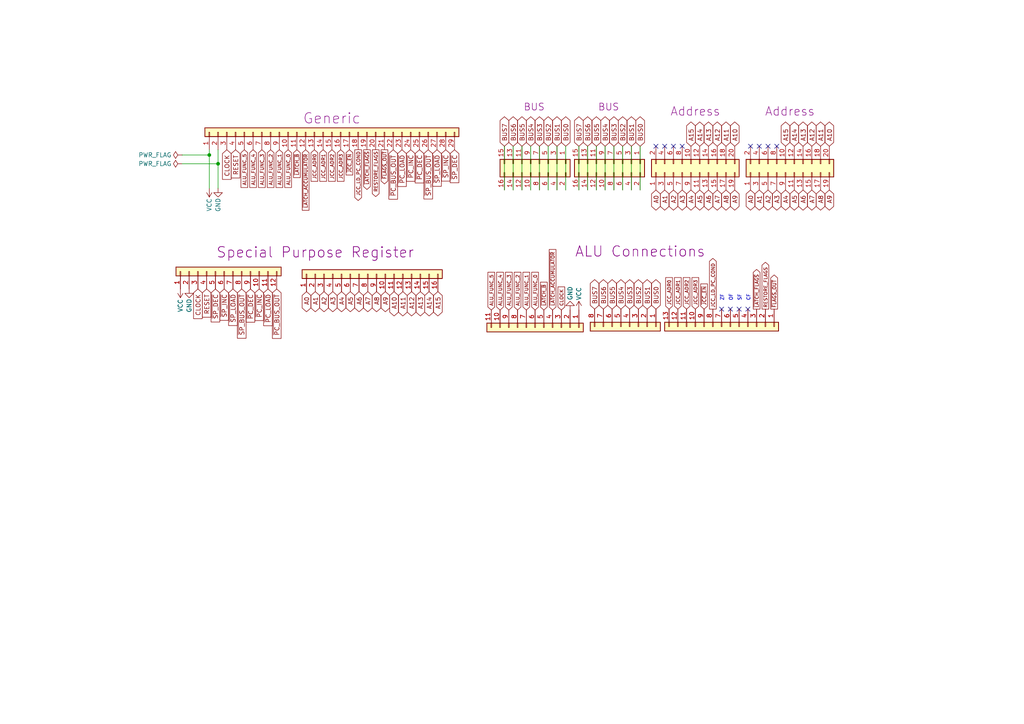
<source format=kicad_sch>
(kicad_sch (version 20211123) (generator eeschema)
  (paper "A4")
  (lib_symbols
    (symbol "Connector_Generic:Conn_01x08" (pin_names (offset 1.016) hide)
      (property "Reference" "J" (at 0 10.16 0))
      (property "Value" "Conn_01x08" (at 0 -12.7 0))
      (symbol "Conn_01x08_1_1"
        (rectangle (start -1.27 -10.033) (end 0 -10.287) (stroke (width 0.1524)))
        (rectangle (start -1.27 -7.493) (end 0 -7.747) (stroke (width 0.1524)))
        (rectangle (start -1.27 -4.953) (end 0 -5.207) (stroke (width 0.1524)))
        (rectangle (start -1.27 -2.413) (end 0 -2.667) (stroke (width 0.1524)))
        (rectangle (start -1.27 0.127) (end 0 -0.127) (stroke (width 0.1524)))
        (rectangle (start -1.27 2.667) (end 0 2.413) (stroke (width 0.1524)))
        (rectangle (start -1.27 5.207) (end 0 4.953) (stroke (width 0.1524)))
        (rectangle (start -1.27 7.747) (end 0 7.493) (stroke (width 0.1524)))
        (rectangle (start -1.27 8.89) (end 1.27 -11.43) (stroke (width 0.254)) (fill (type background)))
        (pin passive line (at -5.08 7.62 0) (length 3.81) (name "Pin_1") (number "1"))
        (pin passive line (at -5.08 5.08 0) (length 3.81) (name "Pin_2") (number "2"))
        (pin passive line (at -5.08 2.54 0) (length 3.81) (name "Pin_3") (number "3"))
        (pin passive line (at -5.08 0 0) (length 3.81) (name "Pin_4") (number "4"))
        (pin passive line (at -5.08 -2.54 0) (length 3.81) (name "Pin_5") (number "5"))
        (pin passive line (at -5.08 -5.08 0) (length 3.81) (name "Pin_6") (number "6"))
        (pin passive line (at -5.08 -7.62 0) (length 3.81) (name "Pin_7") (number "7"))
        (pin passive line (at -5.08 -10.16 0) (length 3.81) (name "Pin_8") (number "8"))
      )
    )
    (symbol "Connector_Generic:Conn_01x11" (pin_names (offset 1.016) hide)
      (property "Reference" "J" (at 0 15.24 0))
      (property "Value" "Conn_01x11" (at 0 -15.24 0))
      (symbol "Conn_01x11_1_1"
        (rectangle (start -1.27 -12.573) (end 0 -12.827) (stroke (width 0.1524)))
        (rectangle (start -1.27 -10.033) (end 0 -10.287) (stroke (width 0.1524)))
        (rectangle (start -1.27 -7.493) (end 0 -7.747) (stroke (width 0.1524)))
        (rectangle (start -1.27 -4.953) (end 0 -5.207) (stroke (width 0.1524)))
        (rectangle (start -1.27 -2.413) (end 0 -2.667) (stroke (width 0.1524)))
        (rectangle (start -1.27 0.127) (end 0 -0.127) (stroke (width 0.1524)))
        (rectangle (start -1.27 2.667) (end 0 2.413) (stroke (width 0.1524)))
        (rectangle (start -1.27 5.207) (end 0 4.953) (stroke (width 0.1524)))
        (rectangle (start -1.27 7.747) (end 0 7.493) (stroke (width 0.1524)))
        (rectangle (start -1.27 10.287) (end 0 10.033) (stroke (width 0.1524)))
        (rectangle (start -1.27 12.827) (end 0 12.573) (stroke (width 0.1524)))
        (rectangle (start -1.27 13.97) (end 1.27 -13.97) (stroke (width 0.254)) (fill (type background)))
        (pin passive line (at -5.08 12.7 0) (length 3.81) (name "Pin_1") (number "1"))
        (pin passive line (at -5.08 -10.16 0) (length 3.81) (name "Pin_10") (number "10"))
        (pin passive line (at -5.08 -12.7 0) (length 3.81) (name "Pin_11") (number "11"))
        (pin passive line (at -5.08 10.16 0) (length 3.81) (name "Pin_2") (number "2"))
        (pin passive line (at -5.08 7.62 0) (length 3.81) (name "Pin_3") (number "3"))
        (pin passive line (at -5.08 5.08 0) (length 3.81) (name "Pin_4") (number "4"))
        (pin passive line (at -5.08 2.54 0) (length 3.81) (name "Pin_5") (number "5"))
        (pin passive line (at -5.08 0 0) (length 3.81) (name "Pin_6") (number "6"))
        (pin passive line (at -5.08 -2.54 0) (length 3.81) (name "Pin_7") (number "7"))
        (pin passive line (at -5.08 -5.08 0) (length 3.81) (name "Pin_8") (number "8"))
        (pin passive line (at -5.08 -7.62 0) (length 3.81) (name "Pin_9") (number "9"))
      )
    )
    (symbol "Connector_Generic:Conn_01x12" (pin_names (offset 1.016) hide)
      (property "Reference" "J" (at 0 15.24 0))
      (property "Value" "Conn_01x12" (at 0 -17.78 0))
      (symbol "Conn_01x12_1_1"
        (rectangle (start -1.27 -15.113) (end 0 -15.367) (stroke (width 0.1524)))
        (rectangle (start -1.27 -12.573) (end 0 -12.827) (stroke (width 0.1524)))
        (rectangle (start -1.27 -10.033) (end 0 -10.287) (stroke (width 0.1524)))
        (rectangle (start -1.27 -7.493) (end 0 -7.747) (stroke (width 0.1524)))
        (rectangle (start -1.27 -4.953) (end 0 -5.207) (stroke (width 0.1524)))
        (rectangle (start -1.27 -2.413) (end 0 -2.667) (stroke (width 0.1524)))
        (rectangle (start -1.27 0.127) (end 0 -0.127) (stroke (width 0.1524)))
        (rectangle (start -1.27 2.667) (end 0 2.413) (stroke (width 0.1524)))
        (rectangle (start -1.27 5.207) (end 0 4.953) (stroke (width 0.1524)))
        (rectangle (start -1.27 7.747) (end 0 7.493) (stroke (width 0.1524)))
        (rectangle (start -1.27 10.287) (end 0 10.033) (stroke (width 0.1524)))
        (rectangle (start -1.27 12.827) (end 0 12.573) (stroke (width 0.1524)))
        (rectangle (start -1.27 13.97) (end 1.27 -16.51) (stroke (width 0.254)) (fill (type background)))
        (pin passive line (at -5.08 12.7 0) (length 3.81) (name "Pin_1") (number "1"))
        (pin passive line (at -5.08 -10.16 0) (length 3.81) (name "Pin_10") (number "10"))
        (pin passive line (at -5.08 -12.7 0) (length 3.81) (name "Pin_11") (number "11"))
        (pin passive line (at -5.08 -15.24 0) (length 3.81) (name "Pin_12") (number "12"))
        (pin passive line (at -5.08 10.16 0) (length 3.81) (name "Pin_2") (number "2"))
        (pin passive line (at -5.08 7.62 0) (length 3.81) (name "Pin_3") (number "3"))
        (pin passive line (at -5.08 5.08 0) (length 3.81) (name "Pin_4") (number "4"))
        (pin passive line (at -5.08 2.54 0) (length 3.81) (name "Pin_5") (number "5"))
        (pin passive line (at -5.08 0 0) (length 3.81) (name "Pin_6") (number "6"))
        (pin passive line (at -5.08 -2.54 0) (length 3.81) (name "Pin_7") (number "7"))
        (pin passive line (at -5.08 -5.08 0) (length 3.81) (name "Pin_8") (number "8"))
        (pin passive line (at -5.08 -7.62 0) (length 3.81) (name "Pin_9") (number "9"))
      )
    )
    (symbol "Connector_Generic:Conn_01x13" (pin_names (offset 1.016) hide)
      (property "Reference" "J" (at 0 17.78 0))
      (property "Value" "Conn_01x13" (at 0 -17.78 0))
      (symbol "Conn_01x13_1_1"
        (rectangle (start -1.27 -15.113) (end 0 -15.367) (stroke (width 0.1524)))
        (rectangle (start -1.27 -12.573) (end 0 -12.827) (stroke (width 0.1524)))
        (rectangle (start -1.27 -10.033) (end 0 -10.287) (stroke (width 0.1524)))
        (rectangle (start -1.27 -7.493) (end 0 -7.747) (stroke (width 0.1524)))
        (rectangle (start -1.27 -4.953) (end 0 -5.207) (stroke (width 0.1524)))
        (rectangle (start -1.27 -2.413) (end 0 -2.667) (stroke (width 0.1524)))
        (rectangle (start -1.27 0.127) (end 0 -0.127) (stroke (width 0.1524)))
        (rectangle (start -1.27 2.667) (end 0 2.413) (stroke (width 0.1524)))
        (rectangle (start -1.27 5.207) (end 0 4.953) (stroke (width 0.1524)))
        (rectangle (start -1.27 7.747) (end 0 7.493) (stroke (width 0.1524)))
        (rectangle (start -1.27 10.287) (end 0 10.033) (stroke (width 0.1524)))
        (rectangle (start -1.27 12.827) (end 0 12.573) (stroke (width 0.1524)))
        (rectangle (start -1.27 15.367) (end 0 15.113) (stroke (width 0.1524)))
        (rectangle (start -1.27 16.51) (end 1.27 -16.51) (stroke (width 0.254)) (fill (type background)))
        (pin passive line (at -5.08 15.24 0) (length 3.81) (name "Pin_1") (number "1"))
        (pin passive line (at -5.08 -7.62 0) (length 3.81) (name "Pin_10") (number "10"))
        (pin passive line (at -5.08 -10.16 0) (length 3.81) (name "Pin_11") (number "11"))
        (pin passive line (at -5.08 -12.7 0) (length 3.81) (name "Pin_12") (number "12"))
        (pin passive line (at -5.08 -15.24 0) (length 3.81) (name "Pin_13") (number "13"))
        (pin passive line (at -5.08 12.7 0) (length 3.81) (name "Pin_2") (number "2"))
        (pin passive line (at -5.08 10.16 0) (length 3.81) (name "Pin_3") (number "3"))
        (pin passive line (at -5.08 7.62 0) (length 3.81) (name "Pin_4") (number "4"))
        (pin passive line (at -5.08 5.08 0) (length 3.81) (name "Pin_5") (number "5"))
        (pin passive line (at -5.08 2.54 0) (length 3.81) (name "Pin_6") (number "6"))
        (pin passive line (at -5.08 0 0) (length 3.81) (name "Pin_7") (number "7"))
        (pin passive line (at -5.08 -2.54 0) (length 3.81) (name "Pin_8") (number "8"))
        (pin passive line (at -5.08 -5.08 0) (length 3.81) (name "Pin_9") (number "9"))
      )
    )
    (symbol "Connector_Generic:Conn_01x16" (pin_names (offset 1.016) hide)
      (property "Reference" "J" (at 0 20.32 0))
      (property "Value" "Conn_01x16" (at 0 -22.86 0))
      (symbol "Conn_01x16_1_1"
        (rectangle (start -1.27 -20.193) (end 0 -20.447) (stroke (width 0.1524)))
        (rectangle (start -1.27 -17.653) (end 0 -17.907) (stroke (width 0.1524)))
        (rectangle (start -1.27 -15.113) (end 0 -15.367) (stroke (width 0.1524)))
        (rectangle (start -1.27 -12.573) (end 0 -12.827) (stroke (width 0.1524)))
        (rectangle (start -1.27 -10.033) (end 0 -10.287) (stroke (width 0.1524)))
        (rectangle (start -1.27 -7.493) (end 0 -7.747) (stroke (width 0.1524)))
        (rectangle (start -1.27 -4.953) (end 0 -5.207) (stroke (width 0.1524)))
        (rectangle (start -1.27 -2.413) (end 0 -2.667) (stroke (width 0.1524)))
        (rectangle (start -1.27 0.127) (end 0 -0.127) (stroke (width 0.1524)))
        (rectangle (start -1.27 2.667) (end 0 2.413) (stroke (width 0.1524)))
        (rectangle (start -1.27 5.207) (end 0 4.953) (stroke (width 0.1524)))
        (rectangle (start -1.27 7.747) (end 0 7.493) (stroke (width 0.1524)))
        (rectangle (start -1.27 10.287) (end 0 10.033) (stroke (width 0.1524)))
        (rectangle (start -1.27 12.827) (end 0 12.573) (stroke (width 0.1524)))
        (rectangle (start -1.27 15.367) (end 0 15.113) (stroke (width 0.1524)))
        (rectangle (start -1.27 17.907) (end 0 17.653) (stroke (width 0.1524)))
        (rectangle (start -1.27 19.05) (end 1.27 -21.59) (stroke (width 0.254)) (fill (type background)))
        (pin passive line (at -5.08 17.78 0) (length 3.81) (name "Pin_1") (number "1"))
        (pin passive line (at -5.08 -5.08 0) (length 3.81) (name "Pin_10") (number "10"))
        (pin passive line (at -5.08 -7.62 0) (length 3.81) (name "Pin_11") (number "11"))
        (pin passive line (at -5.08 -10.16 0) (length 3.81) (name "Pin_12") (number "12"))
        (pin passive line (at -5.08 -12.7 0) (length 3.81) (name "Pin_13") (number "13"))
        (pin passive line (at -5.08 -15.24 0) (length 3.81) (name "Pin_14") (number "14"))
        (pin passive line (at -5.08 -17.78 0) (length 3.81) (name "Pin_15") (number "15"))
        (pin passive line (at -5.08 -20.32 0) (length 3.81) (name "Pin_16") (number "16"))
        (pin passive line (at -5.08 15.24 0) (length 3.81) (name "Pin_2") (number "2"))
        (pin passive line (at -5.08 12.7 0) (length 3.81) (name "Pin_3") (number "3"))
        (pin passive line (at -5.08 10.16 0) (length 3.81) (name "Pin_4") (number "4"))
        (pin passive line (at -5.08 7.62 0) (length 3.81) (name "Pin_5") (number "5"))
        (pin passive line (at -5.08 5.08 0) (length 3.81) (name "Pin_6") (number "6"))
        (pin passive line (at -5.08 2.54 0) (length 3.81) (name "Pin_7") (number "7"))
        (pin passive line (at -5.08 0 0) (length 3.81) (name "Pin_8") (number "8"))
        (pin passive line (at -5.08 -2.54 0) (length 3.81) (name "Pin_9") (number "9"))
      )
    )
    (symbol "Connector_Generic:Conn_01x29" (pin_names (offset 1.016) hide)
      (property "Reference" "J" (at 0 38.1 0))
      (property "Value" "Conn_01x29" (at 0 -38.1 0))
      (symbol "Conn_01x29_1_1"
        (rectangle (start -1.27 -35.433) (end 0 -35.687) (stroke (width 0.1524)))
        (rectangle (start -1.27 -32.893) (end 0 -33.147) (stroke (width 0.1524)))
        (rectangle (start -1.27 -30.353) (end 0 -30.607) (stroke (width 0.1524)))
        (rectangle (start -1.27 -27.813) (end 0 -28.067) (stroke (width 0.1524)))
        (rectangle (start -1.27 -25.273) (end 0 -25.527) (stroke (width 0.1524)))
        (rectangle (start -1.27 -22.733) (end 0 -22.987) (stroke (width 0.1524)))
        (rectangle (start -1.27 -20.193) (end 0 -20.447) (stroke (width 0.1524)))
        (rectangle (start -1.27 -17.653) (end 0 -17.907) (stroke (width 0.1524)))
        (rectangle (start -1.27 -15.113) (end 0 -15.367) (stroke (width 0.1524)))
        (rectangle (start -1.27 -12.573) (end 0 -12.827) (stroke (width 0.1524)))
        (rectangle (start -1.27 -10.033) (end 0 -10.287) (stroke (width 0.1524)))
        (rectangle (start -1.27 -7.493) (end 0 -7.747) (stroke (width 0.1524)))
        (rectangle (start -1.27 -4.953) (end 0 -5.207) (stroke (width 0.1524)))
        (rectangle (start -1.27 -2.413) (end 0 -2.667) (stroke (width 0.1524)))
        (rectangle (start -1.27 0.127) (end 0 -0.127) (stroke (width 0.1524)))
        (rectangle (start -1.27 2.667) (end 0 2.413) (stroke (width 0.1524)))
        (rectangle (start -1.27 5.207) (end 0 4.953) (stroke (width 0.1524)))
        (rectangle (start -1.27 7.747) (end 0 7.493) (stroke (width 0.1524)))
        (rectangle (start -1.27 10.287) (end 0 10.033) (stroke (width 0.1524)))
        (rectangle (start -1.27 12.827) (end 0 12.573) (stroke (width 0.1524)))
        (rectangle (start -1.27 15.367) (end 0 15.113) (stroke (width 0.1524)))
        (rectangle (start -1.27 17.907) (end 0 17.653) (stroke (width 0.1524)))
        (rectangle (start -1.27 20.447) (end 0 20.193) (stroke (width 0.1524)))
        (rectangle (start -1.27 22.987) (end 0 22.733) (stroke (width 0.1524)))
        (rectangle (start -1.27 25.527) (end 0 25.273) (stroke (width 0.1524)))
        (rectangle (start -1.27 28.067) (end 0 27.813) (stroke (width 0.1524)))
        (rectangle (start -1.27 30.607) (end 0 30.353) (stroke (width 0.1524)))
        (rectangle (start -1.27 33.147) (end 0 32.893) (stroke (width 0.1524)))
        (rectangle (start -1.27 35.687) (end 0 35.433) (stroke (width 0.1524)))
        (rectangle (start -1.27 36.83) (end 1.27 -36.83) (stroke (width 0.254)) (fill (type background)))
        (pin passive line (at -5.08 35.56 0) (length 3.81) (name "Pin_1") (number "1"))
        (pin passive line (at -5.08 12.7 0) (length 3.81) (name "Pin_10") (number "10"))
        (pin passive line (at -5.08 10.16 0) (length 3.81) (name "Pin_11") (number "11"))
        (pin passive line (at -5.08 7.62 0) (length 3.81) (name "Pin_12") (number "12"))
        (pin passive line (at -5.08 5.08 0) (length 3.81) (name "Pin_13") (number "13"))
        (pin passive line (at -5.08 2.54 0) (length 3.81) (name "Pin_14") (number "14"))
        (pin passive line (at -5.08 0 0) (length 3.81) (name "Pin_15") (number "15"))
        (pin passive line (at -5.08 -2.54 0) (length 3.81) (name "Pin_16") (number "16"))
        (pin passive line (at -5.08 -5.08 0) (length 3.81) (name "Pin_17") (number "17"))
        (pin passive line (at -5.08 -7.62 0) (length 3.81) (name "Pin_18") (number "18"))
        (pin passive line (at -5.08 -10.16 0) (length 3.81) (name "Pin_19") (number "19"))
        (pin passive line (at -5.08 33.02 0) (length 3.81) (name "Pin_2") (number "2"))
        (pin passive line (at -5.08 -12.7 0) (length 3.81) (name "Pin_20") (number "20"))
        (pin passive line (at -5.08 -15.24 0) (length 3.81) (name "Pin_21") (number "21"))
        (pin passive line (at -5.08 -17.78 0) (length 3.81) (name "Pin_22") (number "22"))
        (pin passive line (at -5.08 -20.32 0) (length 3.81) (name "Pin_23") (number "23"))
        (pin passive line (at -5.08 -22.86 0) (length 3.81) (name "Pin_24") (number "24"))
        (pin passive line (at -5.08 -25.4 0) (length 3.81) (name "Pin_25") (number "25"))
        (pin passive line (at -5.08 -27.94 0) (length 3.81) (name "Pin_26") (number "26"))
        (pin passive line (at -5.08 -30.48 0) (length 3.81) (name "Pin_27") (number "27"))
        (pin passive line (at -5.08 -33.02 0) (length 3.81) (name "Pin_28") (number "28"))
        (pin passive line (at -5.08 -35.56 0) (length 3.81) (name "Pin_29") (number "29"))
        (pin passive line (at -5.08 30.48 0) (length 3.81) (name "Pin_3") (number "3"))
        (pin passive line (at -5.08 27.94 0) (length 3.81) (name "Pin_4") (number "4"))
        (pin passive line (at -5.08 25.4 0) (length 3.81) (name "Pin_5") (number "5"))
        (pin passive line (at -5.08 22.86 0) (length 3.81) (name "Pin_6") (number "6"))
        (pin passive line (at -5.08 20.32 0) (length 3.81) (name "Pin_7") (number "7"))
        (pin passive line (at -5.08 17.78 0) (length 3.81) (name "Pin_8") (number "8"))
        (pin passive line (at -5.08 15.24 0) (length 3.81) (name "Pin_9") (number "9"))
      )
    )
    (symbol "Connector_Generic:Conn_02x08_Odd_Even" (pin_names (offset 1.016) hide)
      (property "Reference" "J" (at 1.27 10.16 0))
      (property "Value" "Conn_02x08_Odd_Even" (at 1.27 -12.7 0))
      (symbol "Conn_02x08_Odd_Even_1_1"
        (rectangle (start -1.27 -10.033) (end 0 -10.287) (stroke (width 0.1524)))
        (rectangle (start -1.27 -7.493) (end 0 -7.747) (stroke (width 0.1524)))
        (rectangle (start -1.27 -4.953) (end 0 -5.207) (stroke (width 0.1524)))
        (rectangle (start -1.27 -2.413) (end 0 -2.667) (stroke (width 0.1524)))
        (rectangle (start -1.27 0.127) (end 0 -0.127) (stroke (width 0.1524)))
        (rectangle (start -1.27 2.667) (end 0 2.413) (stroke (width 0.1524)))
        (rectangle (start -1.27 5.207) (end 0 4.953) (stroke (width 0.1524)))
        (rectangle (start -1.27 7.747) (end 0 7.493) (stroke (width 0.1524)))
        (rectangle (start -1.27 8.89) (end 3.81 -11.43) (stroke (width 0.254)) (fill (type background)))
        (rectangle (start 3.81 -10.033) (end 2.54 -10.287) (stroke (width 0.1524)))
        (rectangle (start 3.81 -7.493) (end 2.54 -7.747) (stroke (width 0.1524)))
        (rectangle (start 3.81 -4.953) (end 2.54 -5.207) (stroke (width 0.1524)))
        (rectangle (start 3.81 -2.413) (end 2.54 -2.667) (stroke (width 0.1524)))
        (rectangle (start 3.81 0.127) (end 2.54 -0.127) (stroke (width 0.1524)))
        (rectangle (start 3.81 2.667) (end 2.54 2.413) (stroke (width 0.1524)))
        (rectangle (start 3.81 5.207) (end 2.54 4.953) (stroke (width 0.1524)))
        (rectangle (start 3.81 7.747) (end 2.54 7.493) (stroke (width 0.1524)))
        (pin passive line (at -5.08 7.62 0) (length 3.81) (name "Pin_1") (number "1"))
        (pin passive line (at 7.62 -2.54 180) (length 3.81) (name "Pin_10") (number "10"))
        (pin passive line (at -5.08 -5.08 0) (length 3.81) (name "Pin_11") (number "11"))
        (pin passive line (at 7.62 -5.08 180) (length 3.81) (name "Pin_12") (number "12"))
        (pin passive line (at -5.08 -7.62 0) (length 3.81) (name "Pin_13") (number "13"))
        (pin passive line (at 7.62 -7.62 180) (length 3.81) (name "Pin_14") (number "14"))
        (pin passive line (at -5.08 -10.16 0) (length 3.81) (name "Pin_15") (number "15"))
        (pin passive line (at 7.62 -10.16 180) (length 3.81) (name "Pin_16") (number "16"))
        (pin passive line (at 7.62 7.62 180) (length 3.81) (name "Pin_2") (number "2"))
        (pin passive line (at -5.08 5.08 0) (length 3.81) (name "Pin_3") (number "3"))
        (pin passive line (at 7.62 5.08 180) (length 3.81) (name "Pin_4") (number "4"))
        (pin passive line (at -5.08 2.54 0) (length 3.81) (name "Pin_5") (number "5"))
        (pin passive line (at 7.62 2.54 180) (length 3.81) (name "Pin_6") (number "6"))
        (pin passive line (at -5.08 0 0) (length 3.81) (name "Pin_7") (number "7"))
        (pin passive line (at 7.62 0 180) (length 3.81) (name "Pin_8") (number "8"))
        (pin passive line (at -5.08 -2.54 0) (length 3.81) (name "Pin_9") (number "9"))
      )
    )
    (symbol "Connector_Generic:Conn_02x10_Odd_Even" (pin_names (offset 1.016) hide)
      (property "Reference" "J" (at 1.27 12.7 0))
      (property "Value" "Conn_02x10_Odd_Even" (at 1.27 -15.24 0))
      (symbol "Conn_02x10_Odd_Even_1_1"
        (rectangle (start -1.27 -12.573) (end 0 -12.827) (stroke (width 0.1524)))
        (rectangle (start -1.27 -10.033) (end 0 -10.287) (stroke (width 0.1524)))
        (rectangle (start -1.27 -7.493) (end 0 -7.747) (stroke (width 0.1524)))
        (rectangle (start -1.27 -4.953) (end 0 -5.207) (stroke (width 0.1524)))
        (rectangle (start -1.27 -2.413) (end 0 -2.667) (stroke (width 0.1524)))
        (rectangle (start -1.27 0.127) (end 0 -0.127) (stroke (width 0.1524)))
        (rectangle (start -1.27 2.667) (end 0 2.413) (stroke (width 0.1524)))
        (rectangle (start -1.27 5.207) (end 0 4.953) (stroke (width 0.1524)))
        (rectangle (start -1.27 7.747) (end 0 7.493) (stroke (width 0.1524)))
        (rectangle (start -1.27 10.287) (end 0 10.033) (stroke (width 0.1524)))
        (rectangle (start -1.27 11.43) (end 3.81 -13.97) (stroke (width 0.254)) (fill (type background)))
        (rectangle (start 3.81 -12.573) (end 2.54 -12.827) (stroke (width 0.1524)))
        (rectangle (start 3.81 -10.033) (end 2.54 -10.287) (stroke (width 0.1524)))
        (rectangle (start 3.81 -7.493) (end 2.54 -7.747) (stroke (width 0.1524)))
        (rectangle (start 3.81 -4.953) (end 2.54 -5.207) (stroke (width 0.1524)))
        (rectangle (start 3.81 -2.413) (end 2.54 -2.667) (stroke (width 0.1524)))
        (rectangle (start 3.81 0.127) (end 2.54 -0.127) (stroke (width 0.1524)))
        (rectangle (start 3.81 2.667) (end 2.54 2.413) (stroke (width 0.1524)))
        (rectangle (start 3.81 5.207) (end 2.54 4.953) (stroke (width 0.1524)))
        (rectangle (start 3.81 7.747) (end 2.54 7.493) (stroke (width 0.1524)))
        (rectangle (start 3.81 10.287) (end 2.54 10.033) (stroke (width 0.1524)))
        (pin passive line (at -5.08 10.16 0) (length 3.81) (name "Pin_1") (number "1"))
        (pin passive line (at 7.62 0 180) (length 3.81) (name "Pin_10") (number "10"))
        (pin passive line (at -5.08 -2.54 0) (length 3.81) (name "Pin_11") (number "11"))
        (pin passive line (at 7.62 -2.54 180) (length 3.81) (name "Pin_12") (number "12"))
        (pin passive line (at -5.08 -5.08 0) (length 3.81) (name "Pin_13") (number "13"))
        (pin passive line (at 7.62 -5.08 180) (length 3.81) (name "Pin_14") (number "14"))
        (pin passive line (at -5.08 -7.62 0) (length 3.81) (name "Pin_15") (number "15"))
        (pin passive line (at 7.62 -7.62 180) (length 3.81) (name "Pin_16") (number "16"))
        (pin passive line (at -5.08 -10.16 0) (length 3.81) (name "Pin_17") (number "17"))
        (pin passive line (at 7.62 -10.16 180) (length 3.81) (name "Pin_18") (number "18"))
        (pin passive line (at -5.08 -12.7 0) (length 3.81) (name "Pin_19") (number "19"))
        (pin passive line (at 7.62 10.16 180) (length 3.81) (name "Pin_2") (number "2"))
        (pin passive line (at 7.62 -12.7 180) (length 3.81) (name "Pin_20") (number "20"))
        (pin passive line (at -5.08 7.62 0) (length 3.81) (name "Pin_3") (number "3"))
        (pin passive line (at 7.62 7.62 180) (length 3.81) (name "Pin_4") (number "4"))
        (pin passive line (at -5.08 5.08 0) (length 3.81) (name "Pin_5") (number "5"))
        (pin passive line (at 7.62 5.08 180) (length 3.81) (name "Pin_6") (number "6"))
        (pin passive line (at -5.08 2.54 0) (length 3.81) (name "Pin_7") (number "7"))
        (pin passive line (at 7.62 2.54 180) (length 3.81) (name "Pin_8") (number "8"))
        (pin passive line (at -5.08 0 0) (length 3.81) (name "Pin_9") (number "9"))
      )
    )
    (symbol "power:GND" (power) (pin_names (offset 0))
      (property "Value" "GND" (at 0 -3.81 0))
      (symbol "GND_0_1"
        (polyline (pts (xy 0 0) (xy 0 -1.27) (xy 1.27 -1.27) (xy 0 -2.54) (xy -1.27 -1.27) (xy 0 -1.27)))
      )
      (symbol "GND_1_1"
        (pin power_in line (at 0 0 270) (length 0) hide (name "GND") (number "1"))
      )
    )
    (symbol "power:PWR_FLAG" (power) (pin_numbers hide) (pin_names (offset 0) hide)
      (property "Value" "PWR_FLAG" (at 0 3.81 0))
      (symbol "PWR_FLAG_0_0"
        (pin power_out line (at 0 0 90) (length 0) (name "pwr") (number "1"))
      )
      (symbol "PWR_FLAG_0_1"
        (polyline (pts (xy 0 0) (xy 0 1.27) (xy -1.016 1.905) (xy 0 2.54) (xy 1.016 1.905) (xy 0 1.27)))
      )
    )
    (symbol "power:VCC" (power) (pin_names (offset 0))
      (property "Value" "VCC" (at 0 3.81 0))
      (symbol "VCC_0_1"
        (polyline (pts (xy -0.762 1.27) (xy 0 2.54)))
        (polyline (pts (xy 0 0) (xy 0 2.54)))
        (polyline (pts (xy 0 2.54) (xy 0.762 1.27)))
      )
      (symbol "VCC_1_1"
        (pin power_in line (at 0 0 90) (length 0) hide (name "VCC") (number "1"))
      )
    )
  )
  (junction (at 60.706 44.958))
  (junction (at 63.246 47.498))
  (no_connect (at 225.298 42.418))
  (no_connect (at 197.866 42.418))
  (no_connect (at 195.326 42.418))
  (no_connect (at 192.786 42.418))
  (no_connect (at 220.218 42.418))
  (no_connect (at 217.678 42.418))
  (no_connect (at 190.246 42.418))
  (no_connect (at 209.296 89.662))
  (no_connect (at 211.836 89.662))
  (no_connect (at 214.376 89.662))
  (no_connect (at 216.916 89.662))
  (no_connect (at 222.758 42.418))
  (wire (pts (xy 52.832 44.958) (xy 60.706 44.958)))
  (wire (pts (xy 146.304 42.418) (xy 146.304 55.118)))
  (wire (pts (xy 178.054 42.418) (xy 178.054 55.118)))
  (wire (pts (xy 151.384 42.418) (xy 151.384 55.118)))
  (wire (pts (xy 159.004 42.418) (xy 159.004 55.118)))
  (wire (pts (xy 172.974 42.418) (xy 172.974 55.118)))
  (wire (pts (xy 148.844 42.418) (xy 148.844 55.118)))
  (wire (pts (xy 52.832 47.498) (xy 63.246 47.498)))
  (wire (pts (xy 60.706 44.958) (xy 60.706 54.61)))
  (wire (pts (xy 175.514 42.418) (xy 175.514 55.118)))
  (wire (pts (xy 63.246 47.498) (xy 63.246 43.434)))
  (wire (pts (xy 156.464 42.418) (xy 156.464 55.118)))
  (wire (pts (xy 161.544 42.418) (xy 161.544 55.118)))
  (wire (pts (xy 153.924 42.418) (xy 153.924 55.118)))
  (wire (pts (xy 183.134 42.418) (xy 183.134 55.118)))
  (wire (pts (xy 170.434 42.418) (xy 170.434 55.118)))
  (wire (pts (xy 180.594 42.418) (xy 180.594 55.118)))
  (wire (pts (xy 164.084 42.418) (xy 164.084 55.118)))
  (wire (pts (xy 60.706 44.958) (xy 60.706 43.434)))
  (wire (pts (xy 167.894 42.418) (xy 167.894 55.118)))
  (wire (pts (xy 63.246 54.61) (xy 63.246 47.498)))
  (wire (pts (xy 185.674 42.418) (xy 185.674 55.118)))
  (text "SF" (at 215.138 87.376 90) (effects (font (size 0.9906 0.9906)) (justify left bottom)))
  (text "CF" (at 217.678 87.376 90) (effects (font (size 0.9906 0.9906)) (justify left bottom)))
  (text "ZF" (at 210.058 87.376 90) (effects (font (size 0.9906 0.9906)) (justify left bottom)))
  (text "OF" (at 212.598 87.376 90) (effects (font (size 0.9906 0.9906)) (justify left bottom)))
  (global_label "JCC_LD_PC_COND" (shape output) (at 206.756 89.662 90) (effects (font (size 0.9906 0.9906))) (property "Intersheet References" "${INTERSHEET_REFS}" (effects hide)))
  (global_label "A12" (shape tri_state) (at 119.38 84.582 270) (property "Intersheet References" "${INTERSHEET_REFS}" (effects hide)))
  (global_label "A3" (shape tri_state) (at 225.298 55.118 270) (property "Intersheet References" "${INTERSHEET_REFS}" (effects hide)))
  (global_label "BUS7" (shape tri_state) (at 146.304 42.418 90) (property "Intersheet References" "${INTERSHEET_REFS}" (effects hide)))
  (global_label "A11" (shape tri_state) (at 116.84 84.582 270) (property "Intersheet References" "${INTERSHEET_REFS}" (effects hide)))
  (global_label "ALU_FUNC_5" (shape input) (at 142.494 89.916 90) (effects (font (size 0.9906 0.9906))) (property "Intersheet References" "${INTERSHEET_REFS}" (effects hide)))
  (global_label "A4" (shape tri_state) (at 227.838 55.118 270) (property "Intersheet References" "${INTERSHEET_REFS}" (effects hide)))
  (global_label "A15" (shape tri_state) (at 227.838 42.418 90) (property "Intersheet References" "${INTERSHEET_REFS}" (effects hide)))
  (global_label "A3" (shape tri_state) (at 96.52 84.582 270) (property "Intersheet References" "${INTERSHEET_REFS}" (effects hide)))
  (global_label "~{PC_INC}" (shape input) (at 119.126 43.434 270) (property "Intersheet References" "${INTERSHEET_REFS}" (effects hide)))
  (global_label "~{LATCH_B}" (shape input) (at 157.734 89.916 90) (effects (font (size 0.9906 0.9906))) (property "Intersheet References" "${INTERSHEET_REFS}" (effects hide)))
  (global_label "CLOCK" (shape input) (at 57.404 83.82 270) (property "Intersheet References" "${INTERSHEET_REFS}" (effects hide)))
  (global_label "ALU_FUNC_1" (shape input) (at 152.654 89.916 90) (effects (font (size 0.9906 0.9906))) (property "Intersheet References" "${INTERSHEET_REFS}" (effects hide)))
  (global_label "A0" (shape tri_state) (at 217.678 55.118 270) (property "Intersheet References" "${INTERSHEET_REFS}" (effects hide)))
  (global_label "BUS0" (shape tri_state) (at 185.674 42.418 90) (property "Intersheet References" "${INTERSHEET_REFS}" (effects hide)))
  (global_label "A15" (shape tri_state) (at 200.406 42.418 90) (property "Intersheet References" "${INTERSHEET_REFS}" (effects hide)))
  (global_label "~{PC_DEC}" (shape input) (at 72.644 83.82 270) (property "Intersheet References" "${INTERSHEET_REFS}" (effects hide)))
  (global_label "BUS1" (shape tri_state) (at 183.134 42.418 90) (property "Intersheet References" "${INTERSHEET_REFS}" (effects hide)))
  (global_label "A15" (shape tri_state) (at 127 84.582 270) (property "Intersheet References" "${INTERSHEET_REFS}" (effects hide)))
  (global_label "JCC_ADR2" (shape input) (at 199.136 89.662 90) (effects (font (size 0.9906 0.9906))) (property "Intersheet References" "${INTERSHEET_REFS}" (effects hide)))
  (global_label "A5" (shape tri_state) (at 202.946 55.118 270) (property "Intersheet References" "${INTERSHEET_REFS}" (effects hide)))
  (global_label "A4" (shape tri_state) (at 200.406 55.118 270) (property "Intersheet References" "${INTERSHEET_REFS}" (effects hide)))
  (global_label "JCC_ADR2" (shape input) (at 96.266 43.434 270) (effects (font (size 0.9906 0.9906))) (property "Intersheet References" "${INTERSHEET_REFS}" (effects hide)))
  (global_label "ALU_FUNC_4" (shape input) (at 73.406 43.434 270) (effects (font (size 0.9906 0.9906))) (property "Intersheet References" "${INTERSHEET_REFS}" (effects hide)))
  (global_label "~{PC_LOAD}" (shape input) (at 116.586 43.434 270) (property "Intersheet References" "${INTERSHEET_REFS}" (effects hide)))
  (global_label "A1" (shape tri_state) (at 192.786 55.118 270) (property "Intersheet References" "${INTERSHEET_REFS}" (effects hide)))
  (global_label "A12" (shape tri_state) (at 208.026 42.418 90) (property "Intersheet References" "${INTERSHEET_REFS}" (effects hide)))
  (global_label "ALU_FUNC_3" (shape input) (at 75.946 43.434 270) (effects (font (size 0.9906 0.9906))) (property "Intersheet References" "${INTERSHEET_REFS}" (effects hide)))
  (global_label "RESTORE_FLAGS" (shape output) (at 108.966 43.434 270) (effects (font (size 0.9906 0.9906))) (property "Intersheet References" "${INTERSHEET_REFS}" (effects hide)))
  (global_label "A1" (shape tri_state) (at 91.44 84.582 270) (property "Intersheet References" "${INTERSHEET_REFS}" (effects hide)))
  (global_label "BUS5" (shape tri_state) (at 172.974 42.418 90) (property "Intersheet References" "${INTERSHEET_REFS}" (effects hide)))
  (global_label "~{JCC_EN}" (shape input) (at 101.346 43.434 270) (effects (font (size 0.9906 0.9906))) (property "Intersheet References" "${INTERSHEET_REFS}" (effects hide)))
  (global_label "BUS6" (shape tri_state) (at 175.006 89.662 90) (property "Intersheet References" "${INTERSHEET_REFS}" (effects hide)))
  (global_label "BUS4" (shape tri_state) (at 175.514 42.418 90) (property "Intersheet References" "${INTERSHEET_REFS}" (effects hide)))
  (global_label "ALU_FUNC_2" (shape input) (at 78.486 43.434 270) (effects (font (size 0.9906 0.9906))) (property "Intersheet References" "${INTERSHEET_REFS}" (effects hide)))
  (global_label "A0" (shape tri_state) (at 190.246 55.118 270) (property "Intersheet References" "${INTERSHEET_REFS}" (effects hide)))
  (global_label "A12" (shape tri_state) (at 235.458 42.418 90) (property "Intersheet References" "${INTERSHEET_REFS}" (effects hide)))
  (global_label "~{SP_LOAD}" (shape input) (at 67.564 83.82 270) (property "Intersheet References" "${INTERSHEET_REFS}" (effects hide)))
  (global_label "A9" (shape tri_state) (at 111.76 84.582 270) (property "Intersheet References" "${INTERSHEET_REFS}" (effects hide)))
  (global_label "A8" (shape tri_state) (at 210.566 55.118 270) (property "Intersheet References" "${INTERSHEET_REFS}" (effects hide)))
  (global_label "BUS3" (shape tri_state) (at 178.054 42.418 90) (property "Intersheet References" "${INTERSHEET_REFS}" (effects hide)))
  (global_label "A7" (shape tri_state) (at 106.68 84.582 270) (property "Intersheet References" "${INTERSHEET_REFS}" (effects hide)))
  (global_label "A10" (shape tri_state) (at 240.538 42.418 90) (property "Intersheet References" "${INTERSHEET_REFS}" (effects hide)))
  (global_label "~{LATCH_FLAGS}" (shape output) (at 219.456 89.662 90) (effects (font (size 0.9906 0.9906))) (property "Intersheet References" "${INTERSHEET_REFS}" (effects hide)))
  (global_label "ALU_FUNC_4" (shape input) (at 145.034 89.916 90) (effects (font (size 0.9906 0.9906))) (property "Intersheet References" "${INTERSHEET_REFS}" (effects hide)))
  (global_label "~{FLAGS_OUT}" (shape output) (at 111.506 43.434 270) (effects (font (size 0.9906 0.9906))) (property "Intersheet References" "${INTERSHEET_REFS}" (effects hide)))
  (global_label "A4" (shape tri_state) (at 99.06 84.582 270) (property "Intersheet References" "${INTERSHEET_REFS}" (effects hide)))
  (global_label "CLOCK" (shape input) (at 162.814 89.916 90) (effects (font (size 0.9906 0.9906))) (property "Intersheet References" "${INTERSHEET_REFS}" (effects hide)))
  (global_label "BUS6" (shape tri_state) (at 148.844 42.418 90) (property "Intersheet References" "${INTERSHEET_REFS}" (effects hide)))
  (global_label "RESET" (shape input) (at 59.944 83.82 270) (property "Intersheet References" "${INTERSHEET_REFS}" (effects hide)))
  (global_label "JCC_LD_PC_COND" (shape output) (at 103.886 43.434 270) (effects (font (size 0.9906 0.9906))) (property "Intersheet References" "${INTERSHEET_REFS}" (effects hide)))
  (global_label "ALU_FUNC_3" (shape input) (at 147.574 89.916 90) (effects (font (size 0.9906 0.9906))) (property "Intersheet References" "${INTERSHEET_REFS}" (effects hide)))
  (global_label "BUS1" (shape tri_state) (at 187.706 89.662 90) (property "Intersheet References" "${INTERSHEET_REFS}" (effects hide)))
  (global_label "BUS2" (shape tri_state) (at 159.004 42.418 90) (property "Intersheet References" "${INTERSHEET_REFS}" (effects hide)))
  (global_label "~{SP_DEC}" (shape input) (at 62.484 83.82 270) (property "Intersheet References" "${INTERSHEET_REFS}" (effects hide)))
  (global_label "BUS7" (shape tri_state) (at 172.466 89.662 90) (property "Intersheet References" "${INTERSHEET_REFS}" (effects hide)))
  (global_label "~{PC_DEC}" (shape input) (at 121.666 43.434 270) (property "Intersheet References" "${INTERSHEET_REFS}" (effects hide)))
  (global_label "BUS4" (shape tri_state) (at 180.086 89.662 90) (property "Intersheet References" "${INTERSHEET_REFS}" (effects hide)))
  (global_label "A6" (shape tri_state) (at 232.918 55.118 270) (property "Intersheet References" "${INTERSHEET_REFS}" (effects hide)))
  (global_label "A1" (shape tri_state) (at 220.218 55.118 270) (property "Intersheet References" "${INTERSHEET_REFS}" (effects hide)))
  (global_label "A0" (shape tri_state) (at 88.9 84.582 270) (property "Intersheet References" "${INTERSHEET_REFS}" (effects hide)))
  (global_label "A8" (shape tri_state) (at 109.22 84.582 270) (property "Intersheet References" "${INTERSHEET_REFS}" (effects hide)))
  (global_label "A3" (shape tri_state) (at 197.866 55.118 270) (property "Intersheet References" "${INTERSHEET_REFS}" (effects hide)))
  (global_label "A8" (shape tri_state) (at 237.998 55.118 270) (property "Intersheet References" "${INTERSHEET_REFS}" (effects hide)))
  (global_label "A14" (shape tri_state) (at 202.946 42.418 90) (property "Intersheet References" "${INTERSHEET_REFS}" (effects hide)))
  (global_label "~{PC_BUS_OUT}" (shape input) (at 80.264 83.82 270) (property "Intersheet References" "${INTERSHEET_REFS}" (effects hide)))
  (global_label "BUS1" (shape tri_state) (at 161.544 42.418 90) (property "Intersheet References" "${INTERSHEET_REFS}" (effects hide)))
  (global_label "~{SP_INC}" (shape input) (at 129.286 43.434 270) (property "Intersheet References" "${INTERSHEET_REFS}" (effects hide)))
  (global_label "BUS6" (shape tri_state) (at 170.434 42.418 90) (property "Intersheet References" "${INTERSHEET_REFS}" (effects hide)))
  (global_label "A11" (shape tri_state) (at 237.998 42.418 90) (property "Intersheet References" "${INTERSHEET_REFS}" (effects hide)))
  (global_label "~{LATCH_ACCUMULATOR}" (shape input) (at 160.274 89.916 90) (effects (font (size 0.9906 0.9906))) (property "Intersheet References" "${INTERSHEET_REFS}" (effects hide)))
  (global_label "BUS0" (shape tri_state) (at 164.084 42.418 90) (property "Intersheet References" "${INTERSHEET_REFS}" (effects hide)))
  (global_label "ALU_FUNC_0" (shape input) (at 83.566 43.434 270) (effects (font (size 0.9906 0.9906))) (property "Intersheet References" "${INTERSHEET_REFS}" (effects hide)))
  (global_label "A7" (shape tri_state) (at 235.458 55.118 270) (property "Intersheet References" "${INTERSHEET_REFS}" (effects hide)))
  (global_label "JCC_ADR1" (shape input) (at 93.726 43.434 270) (effects (font (size 0.9906 0.9906))) (property "Intersheet References" "${INTERSHEET_REFS}" (effects hide)))
  (global_label "BUS7" (shape tri_state) (at 167.894 42.418 90) (property "Intersheet References" "${INTERSHEET_REFS}" (effects hide)))
  (global_label "A6" (shape tri_state) (at 104.14 84.582 270) (property "Intersheet References" "${INTERSHEET_REFS}" (effects hide)))
  (global_label "~{PC_INC}" (shape input) (at 75.184 83.82 270) (property "Intersheet References" "${INTERSHEET_REFS}" (effects hide)))
  (global_label "RESET" (shape input) (at 68.326 43.434 270) (property "Intersheet References" "${INTERSHEET_REFS}" (effects hide)))
  (global_label "A9" (shape tri_state) (at 213.106 55.118 270) (property "Intersheet References" "${INTERSHEET_REFS}" (effects hide)))
  (global_label "A7" (shape tri_state) (at 208.026 55.118 270) (property "Intersheet References" "${INTERSHEET_REFS}" (effects hide)))
  (global_label "~{SP_BUS_OUT}" (shape input) (at 124.206 43.434 270) (property "Intersheet References" "${INTERSHEET_REFS}" (effects hide)))
  (global_label "~{SP_DEC}" (shape input) (at 131.826 43.434 270) (property "Intersheet References" "${INTERSHEET_REFS}" (effects hide)))
  (global_label "BUS2" (shape tri_state) (at 185.166 89.662 90) (property "Intersheet References" "${INTERSHEET_REFS}" (effects hide)))
  (global_label "~{LATCH_ACCUMULATOR}" (shape input) (at 88.646 43.434 270) (effects (font (size 0.9906 0.9906))) (property "Intersheet References" "${INTERSHEET_REFS}" (effects hide)))
  (global_label "A10" (shape tri_state) (at 114.3 84.582 270) (property "Intersheet References" "${INTERSHEET_REFS}" (effects hide)))
  (global_label "BUS5" (shape tri_state) (at 177.546 89.662 90) (property "Intersheet References" "${INTERSHEET_REFS}" (effects hide)))
  (global_label "JCC_ADR0" (shape input) (at 91.186 43.434 270) (effects (font (size 0.9906 0.9906))) (property "Intersheet References" "${INTERSHEET_REFS}" (effects hide)))
  (global_label "JCC_ADR3" (shape input) (at 98.806 43.434 270) (effects (font (size 0.9906 0.9906))) (property "Intersheet References" "${INTERSHEET_REFS}" (effects hide)))
  (global_label "ALU_FUNC_5" (shape input) (at 70.866 43.434 270) (effects (font (size 0.9906 0.9906))) (property "Intersheet References" "${INTERSHEET_REFS}" (effects hide)))
  (global_label "~{PC_LOAD}" (shape input) (at 77.724 83.82 270) (property "Intersheet References" "${INTERSHEET_REFS}" (effects hide)))
  (global_label "BUS3" (shape tri_state) (at 182.626 89.662 90) (property "Intersheet References" "${INTERSHEET_REFS}" (effects hide)))
  (global_label "~{SP_BUS_OUT}" (shape input) (at 70.104 83.82 270) (property "Intersheet References" "${INTERSHEET_REFS}" (effects hide)))
  (global_label "BUS5" (shape tri_state) (at 151.384 42.418 90) (property "Intersheet References" "${INTERSHEET_REFS}" (effects hide)))
  (global_label "ALU_FUNC_0" (shape input) (at 155.194 89.916 90) (effects (font (size 0.9906 0.9906))) (property "Intersheet References" "${INTERSHEET_REFS}" (effects hide)))
  (global_label "A13" (shape tri_state) (at 205.486 42.418 90) (property "Intersheet References" "${INTERSHEET_REFS}" (effects hide)))
  (global_label "A5" (shape tri_state) (at 230.378 55.118 270) (property "Intersheet References" "${INTERSHEET_REFS}" (effects hide)))
  (global_label "A13" (shape tri_state) (at 232.918 42.418 90) (property "Intersheet References" "${INTERSHEET_REFS}" (effects hide)))
  (global_label "A11" (shape tri_state) (at 210.566 42.418 90) (property "Intersheet References" "${INTERSHEET_REFS}" (effects hide)))
  (global_label "JCC_ADR0" (shape input) (at 194.056 89.662 90) (effects (font (size 0.9906 0.9906))) (property "Intersheet References" "${INTERSHEET_REFS}" (effects hide)))
  (global_label "~{LATCH_B}" (shape input) (at 86.106 43.434 270) (effects (font (size 0.9906 0.9906))) (property "Intersheet References" "${INTERSHEET_REFS}" (effects hide)))
  (global_label "A6" (shape tri_state) (at 205.486 55.118 270) (property "Intersheet References" "${INTERSHEET_REFS}" (effects hide)))
  (global_label "~{LATCH_FLAGS}" (shape output) (at 106.426 43.434 270) (effects (font (size 0.9906 0.9906))) (property "Intersheet References" "${INTERSHEET_REFS}" (effects hide)))
  (global_label "~{SP_INC}" (shape input) (at 65.024 83.82 270) (property "Intersheet References" "${INTERSHEET_REFS}" (effects hide)))
  (global_label "JCC_ADR3" (shape input) (at 201.676 89.662 90) (effects (font (size 0.9906 0.9906))) (property "Intersheet References" "${INTERSHEET_REFS}" (effects hide)))
  (global_label "A13" (shape tri_state) (at 121.92 84.582 270) (property "Intersheet References" "${INTERSHEET_REFS}" (effects hide)))
  (global_label "RESTORE_FLAGS" (shape output) (at 221.996 89.662 90) (effects (font (size 0.9906 0.9906))) (property "Intersheet References" "${INTERSHEET_REFS}" (effects hide)))
  (global_label "~{JCC_EN}" (shape input) (at 204.216 89.662 90) (effects (font (size 0.9906 0.9906))) (property "Intersheet References" "${INTERSHEET_REFS}" (effects hide)))
  (global_label "A2" (shape tri_state) (at 93.98 84.582 270) (property "Intersheet References" "${INTERSHEET_REFS}" (effects hide)))
  (global_label "~{FLAGS_OUT}" (shape output) (at 224.536 89.662 90) (effects (font (size 0.9906 0.9906))) (property "Intersheet References" "${INTERSHEET_REFS}" (effects hide)))
  (global_label "BUS4" (shape tri_state) (at 153.924 42.418 90) (property "Intersheet References" "${INTERSHEET_REFS}" (effects hide)))
  (global_label "A2" (shape tri_state) (at 195.326 55.118 270) (property "Intersheet References" "${INTERSHEET_REFS}" (effects hide)))
  (global_label "~{PC_BUS_OUT}" (shape input) (at 114.046 43.434 270) (property "Intersheet References" "${INTERSHEET_REFS}" (effects hide)))
  (global_label "~{SP_LOAD}" (shape input) (at 126.746 43.434 270) (property "Intersheet References" "${INTERSHEET_REFS}" (effects hide)))
  (global_label "ALU_FUNC_1" (shape input) (at 81.026 43.434 270) (effects (font (size 0.9906 0.9906))) (property "Intersheet References" "${INTERSHEET_REFS}" (effects hide)))
  (global_label "BUS3" (shape tri_state) (at 156.464 42.418 90) (property "Intersheet References" "${INTERSHEET_REFS}" (effects hide)))
  (global_label "BUS2" (shape tri_state) (at 180.594 42.418 90) (property "Intersheet References" "${INTERSHEET_REFS}" (effects hide)))
  (global_label "A9" (shape tri_state) (at 240.538 55.118 270) (property "Intersheet References" "${INTERSHEET_REFS}" (effects hide)))
  (global_label "A2" (shape tri_state) (at 222.758 55.118 270) (property "Intersheet References" "${INTERSHEET_REFS}" (effects hide)))
  (global_label "A14" (shape tri_state) (at 124.46 84.582 270) (property "Intersheet References" "${INTERSHEET_REFS}" (effects hide)))
  (global_label "ALU_FUNC_2" (shape input) (at 150.114 89.916 90) (effects (font (size 0.9906 0.9906))) (property "Intersheet References" "${INTERSHEET_REFS}" (effects hide)))
  (global_label "A5" (shape tri_state) (at 101.6 84.582 270) (property "Intersheet References" "${INTERSHEET_REFS}" (effects hide)))
  (global_label "BUS0" (shape tri_state) (at 190.246 89.662 90) (property "Intersheet References" "${INTERSHEET_REFS}" (effects hide)))
  (global_label "CLOCK" (shape input) (at 65.786 43.434 270) (property "Intersheet References" "${INTERSHEET_REFS}" (effects hide)))
  (global_label "A10" (shape tri_state) (at 213.106 42.418 90) (property "Intersheet References" "${INTERSHEET_REFS}" (effects hide)))
  (global_label "JCC_ADR1" (shape input) (at 196.596 89.662 90) (effects (font (size 0.9906 0.9906))) (property "Intersheet References" "${INTERSHEET_REFS}" (effects hide)))
  (global_label "A14" (shape tri_state) (at 230.378 42.418 90) (property "Intersheet References" "${INTERSHEET_REFS}" (effects hide)))
  (symbol (lib_id "power:GND") (at 63.246 54.61 0) (mirror y) (unit 1)
    (property "Reference" "#PWR04" (effects hide))
    (property "Value" "GND" (at 63.246 59.436 90))
  )
  (symbol (lib_id "power:GND") (at 165.354 89.916 180) (unit 1)
    (property "Reference" "#PWR05" (effects hide))
    (property "Value" "GND" (at 165.354 87.122 90) (effects (justify right)))
  )
  (symbol (lib_id "power:PWR_FLAG") (at 52.832 44.958 90) (unit 1)
    (property "Reference" "#FLG01" (effects hide))
    (property "Value" "PWR_FLAG" (at 44.958 44.958 90))
  )
  (symbol (lib_id "Connector_Generic:Conn_02x10_Odd_Even") (at 200.406 50.038 90) (unit 1)
    (property "Reference" "J8" (effects hide))
    (property "Value" "Conn_02x20_Odd_Even" (effects hide))
    (property "Footprint" "Connector_IDC:IDC-Header_2x10_P2.54mm_Vertical" (effects hide))
    (property "Field4" "16x2 Character LED" (effects hide))
    (property "Field5" "Address" (at 201.676 32.258 90) (effects (font (size 2.5 2.5))))
    (property "Field6" "Connection" (effects hide))
  )
  (symbol (lib_id "Connector_Generic:Conn_02x10_Odd_Even") (at 227.838 50.038 90) (unit 1)
    (property "Reference" "J10" (effects hide))
    (property "Value" "Conn_02x20_Odd_Even" (effects hide))
    (property "Footprint" "Connector_IDC:IDC-Header_2x10_P2.54mm_Vertical" (effects hide))
    (property "Field4" "16x2 Character LED" (effects hide))
    (property "Field5" "Address" (at 229.108 32.258 90) (effects (font (size 2.5 2.5))))
    (property "Field6" "Connection" (effects hide))
  )
  (symbol (lib_id "power:VCC") (at 52.324 83.82 0) (mirror x) (unit 1)
    (property "Reference" "#PWR01" (effects hide))
    (property "Value" "VCC" (at 52.324 88.646 90))
  )
  (symbol (lib_id "power:VCC") (at 60.706 54.61 0) (mirror x) (unit 1)
    (property "Reference" "#PWR03" (effects hide))
    (property "Value" "VCC" (at 60.706 59.436 90))
  )
  (symbol (lib_id "Connector_Generic:Conn_02x08_Odd_Even") (at 178.054 47.498 270) (unit 1)
    (property "Reference" "J6" (effects hide))
    (property "Value" "Conn_01x08" (effects hide))
    (property "Footprint" "Connector_PinHeader_2.54mm:PinHeader_2x08_P2.54mm_Vertical" (effects hide))
    (property "Field4" "BUS" (at 176.53 30.988 90) (effects (font (size 2 2))))
    (property "Field5" "Connection" (effects hide))
  )
  (symbol (lib_id "Connector_Generic:Conn_01x11") (at 155.194 94.996 270) (unit 1)
    (property "Reference" "J4" (effects hide))
    (property "Value" "Conn_01x12" (effects hide))
    (property "Footprint" "Connector_PinSocket_2.54mm:PinSocket_1x11_P2.54mm_Horizontal" (effects hide))
    (property "Field4" "ALU Connections" (at 185.674 72.898 90) (effects (font (size 3 3))))
  )
  (symbol (lib_id "Connector_Generic:Conn_01x29") (at 96.266 38.354 90) (unit 1)
    (property "Reference" "J2" (effects hide))
    (property "Value" "Conn_01x29" (effects hide))
    (property "Footprint" "Connector_PinSocket_2.54mm:PinSocket_1x29_P2.54mm_Horizontal" (effects hide))
    (property "Field4" "Generic" (at 96.266 34.29 90) (effects (font (size 3 3))))
  )
  (symbol (lib_id "Connector_Generic:Conn_01x12") (at 65.024 78.74 90) (unit 1)
    (property "Reference" "J1" (effects hide))
    (property "Value" "Conn_01x12" (effects hide))
    (property "Footprint" "Connector_PinSocket_2.54mm:PinSocket_1x12_P2.54mm_Horizontal" (effects hide))
    (property "Field4" "Special Purpose Register" (at 91.44 73.152 90) (effects (font (size 3 3))))
  )
  (symbol (lib_id "power:GND") (at 54.864 83.82 0) (mirror y) (unit 1)
    (property "Reference" "#PWR02" (effects hide))
    (property "Value" "GND" (at 54.864 88.646 90))
  )
  (symbol (lib_id "Connector_Generic:Conn_01x13") (at 209.296 94.742 270) (unit 1)
    (property "Reference" "J9" (effects hide))
    (property "Value" "Conn_01x13" (effects hide))
    (property "Footprint" "Connector_PinSocket_2.54mm:PinSocket_1x13_P2.54mm_Horizontal" (effects hide))
  )
  (symbol (lib_id "power:PWR_FLAG") (at 52.832 47.498 90) (unit 1)
    (property "Reference" "#FLG02" (effects hide))
    (property "Value" "PWR_FLAG" (at 44.958 47.498 90))
  )
  (symbol (lib_id "Connector_Generic:Conn_01x16") (at 106.68 79.502 90) (unit 1)
    (property "Reference" "J3" (effects hide))
    (property "Value" "Conn_01x16" (effects hide))
    (property "Footprint" "Connector_PinSocket_2.54mm:PinSocket_1x16_P2.54mm_Horizontal" (effects hide))
  )
  (symbol (lib_id "Connector_Generic:Conn_01x08") (at 182.626 94.742 270) (unit 1)
    (property "Reference" "J7" (effects hide))
    (property "Value" "Conn_01x08" (effects hide))
    (property "Footprint" "Connector_PinSocket_2.54mm:PinSocket_1x08_P2.54mm_Horizontal" (effects hide))
  )
  (symbol (lib_id "power:VCC") (at 167.894 89.916 0) (unit 1)
    (property "Reference" "#PWR06" (effects hide))
    (property "Value" "VCC" (at 167.894 87.122 90) (effects (justify left)))
  )
  (symbol (lib_id "Connector_Generic:Conn_02x08_Odd_Even") (at 156.464 47.498 270) (unit 1)
    (property "Reference" "J5" (effects hide))
    (property "Value" "Conn_01x08" (effects hide))
    (property "Footprint" "Connector_PinHeader_2.54mm:PinHeader_2x08_P2.54mm_Vertical" (effects hide))
    (property "Field4" "BUS" (at 154.94 30.988 90) (effects (font (size 2 2))))
    (property "Field5" "Connection" (effects hide))
  )
)
</source>
